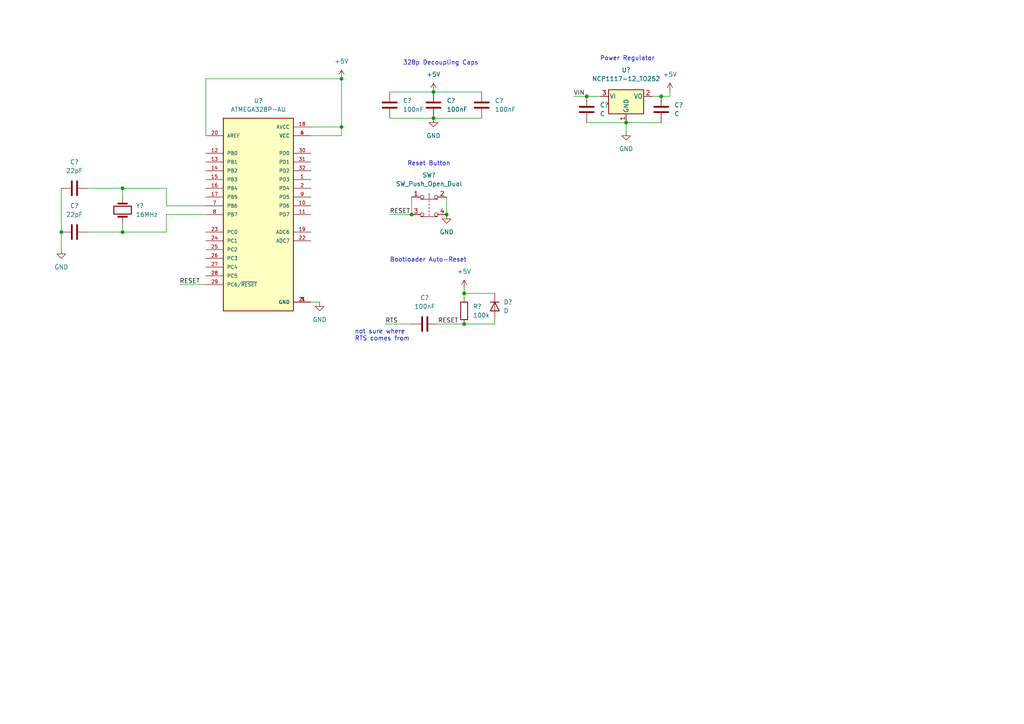
<source format=kicad_sch>
(kicad_sch (version 20211123) (generator eeschema)
  (paper "A4")
  (title_block (title "Arduino Badge") (date "2022-07-24") (rev "v01") (company "Sigpwny"))
  (lib_symbols
    (symbol "ATMEGA328P-AU:ATMEGA328P-AU" (pin_names (offset 1.016))
      (property "Reference" "U" (at -10.1854 29.2608 0))
      (property "Value" "ATMEGA328P-AU" (at -10.16 -31.7754 0))
      (symbol "ATMEGA328P-AU_0_0"
        (rectangle (start -10.16 -27.94) (end 10.16 27.94) (stroke (width 0.254)) (fill (type background)))
        (pin bidirectional line (at 15.24 10.16 180) (length 5.08) (name "PD3") (number "1"))
        (pin bidirectional line (at 15.24 2.54 180) (length 5.08) (name "PD6") (number "10"))
        (pin bidirectional line (at 15.24 0 180) (length 5.08) (name "PD7") (number "11"))
        (pin bidirectional line (at -15.24 17.78 0) (length 5.08) (name "PB0") (number "12"))
        (pin bidirectional line (at -15.24 15.24 0) (length 5.08) (name "PB1") (number "13"))
        (pin bidirectional line (at -15.24 12.7 0) (length 5.08) (name "PB2") (number "14"))
        (pin bidirectional line (at -15.24 10.16 0) (length 5.08) (name "PB3") (number "15"))
        (pin bidirectional line (at -15.24 7.62 0) (length 5.08) (name "PB4") (number "16"))
        (pin bidirectional line (at -15.24 5.08 0) (length 5.08) (name "PB5") (number "17"))
        (pin power_in line (at 15.24 25.4 180) (length 5.08) (name "AVCC") (number "18"))
        (pin bidirectional line (at 15.24 -5.08 180) (length 5.08) (name "ADC6") (number "19"))
        (pin bidirectional line (at 15.24 7.62 180) (length 5.08) (name "PD4") (number "2"))
        (pin input line (at -15.24 22.86 0) (length 5.08) (name "AREF") (number "20"))
        (pin power_in line (at 15.24 -25.4 180) (length 5.08) (name "GND") (number "21"))
        (pin bidirectional line (at 15.24 -7.62 180) (length 5.08) (name "ADC7") (number "22"))
        (pin bidirectional line (at -15.24 -5.08 0) (length 5.08) (name "PC0") (number "23"))
        (pin bidirectional line (at -15.24 -7.62 0) (length 5.08) (name "PC1") (number "24"))
        (pin bidirectional line (at -15.24 -10.16 0) (length 5.08) (name "PC2") (number "25"))
        (pin bidirectional line (at -15.24 -12.7 0) (length 5.08) (name "PC3") (number "26"))
        (pin bidirectional line (at -15.24 -15.24 0) (length 5.08) (name "PC4") (number "27"))
        (pin bidirectional line (at -15.24 -17.78 0) (length 5.08) (name "PC5") (number "28"))
        (pin bidirectional line (at -15.24 -20.32 0) (length 5.08) (name "PC6/~{RESET}") (number "29"))
        (pin power_in line (at 15.24 -25.4 180) (length 5.08) (name "GND") (number "3"))
        (pin bidirectional line (at 15.24 17.78 180) (length 5.08) (name "PD0") (number "30"))
        (pin bidirectional line (at 15.24 15.24 180) (length 5.08) (name "PD1") (number "31"))
        (pin bidirectional line (at 15.24 12.7 180) (length 5.08) (name "PD2") (number "32"))
        (pin power_in line (at 15.24 22.86 180) (length 5.08) (name "VCC") (number "4"))
        (pin power_in line (at 15.24 -25.4 180) (length 5.08) (name "GND") (number "5"))
        (pin power_in line (at 15.24 22.86 180) (length 5.08) (name "VCC") (number "6"))
        (pin bidirectional line (at -15.24 2.54 0) (length 5.08) (name "PB6") (number "7"))
        (pin bidirectional line (at -15.24 0 0) (length 5.08) (name "PB7") (number "8"))
        (pin bidirectional line (at 15.24 5.08 180) (length 5.08) (name "PD5") (number "9"))
      )
    )
    (symbol "Device:C" (pin_numbers hide) (pin_names (offset 0.254))
      (property "Reference" "C" (at 0.635 2.54 0))
      (property "Value" "C" (at 0.635 -2.54 0))
      (symbol "C_0_1"
        (polyline (pts (xy -2.032 -0.762) (xy 2.032 -0.762)) (stroke (width 0.508)))
        (polyline (pts (xy -2.032 0.762) (xy 2.032 0.762)) (stroke (width 0.508)))
      )
      (symbol "C_1_1"
        (pin passive line (at 0 3.81 270) (length 2.794) (name "~") (number "1"))
        (pin passive line (at 0 -3.81 90) (length 2.794) (name "~") (number "2"))
      )
    )
    (symbol "Device:Crystal" (pin_numbers hide) (pin_names (offset 1.016) hide)
      (property "Reference" "Y" (at 0 3.81 0))
      (property "Value" "Crystal" (at 0 -3.81 0))
      (symbol "Crystal_0_1"
        (rectangle (start -1.143 2.54) (end 1.143 -2.54) (stroke (width 0.3048)))
        (polyline (pts (xy -2.54 0) (xy -1.905 0)))
        (polyline (pts (xy -1.905 -1.27) (xy -1.905 1.27)) (stroke (width 0.508)))
        (polyline (pts (xy 1.905 -1.27) (xy 1.905 1.27)) (stroke (width 0.508)))
        (polyline (pts (xy 2.54 0) (xy 1.905 0)))
      )
      (symbol "Crystal_1_1"
        (pin passive line (at -3.81 0 0) (length 1.27) (name "1") (number "1"))
        (pin passive line (at 3.81 0 180) (length 1.27) (name "2") (number "2"))
      )
    )
    (symbol "Device:D" (pin_numbers hide) (pin_names (offset 1.016) hide)
      (property "Reference" "D" (at 0 2.54 0))
      (property "Value" "D" (at 0 -2.54 0))
      (symbol "D_0_1"
        (polyline (pts (xy -1.27 1.27) (xy -1.27 -1.27)) (stroke (width 0.254)))
        (polyline (pts (xy 1.27 0) (xy -1.27 0)))
        (polyline (pts (xy 1.27 1.27) (xy 1.27 -1.27) (xy -1.27 0) (xy 1.27 1.27)) (stroke (width 0.254)))
      )
      (symbol "D_1_1"
        (pin passive line (at -3.81 0 0) (length 2.54) (name "K") (number "1"))
        (pin passive line (at 3.81 0 180) (length 2.54) (name "A") (number "2"))
      )
    )
    (symbol "Device:R" (pin_numbers hide) (pin_names (offset 0))
      (property "Reference" "R" (at 2.032 0 90))
      (property "Value" "R" (at 0 0 90))
      (symbol "R_0_1"
        (rectangle (start -1.016 -2.54) (end 1.016 2.54) (stroke (width 0.254)))
      )
      (symbol "R_1_1"
        (pin passive line (at 0 3.81 270) (length 1.27) (name "~") (number "1"))
        (pin passive line (at 0 -3.81 90) (length 1.27) (name "~") (number "2"))
      )
    )
    (symbol "Regulator_Linear:NCP1117-12_TO252" (pin_names (offset 0.254))
      (property "Reference" "U" (at -3.81 3.175 0))
      (property "Value" "NCP1117-12_TO252" (at 0 3.175 0))
      (symbol "NCP1117-12_TO252_0_1"
        (rectangle (start -5.08 1.905) (end 5.08 -5.08) (stroke (width 0.254)) (fill (type background)))
      )
      (symbol "NCP1117-12_TO252_1_1"
        (pin power_in line (at 0 -7.62 90) (length 2.54) (name "GND") (number "1"))
        (pin power_out line (at 7.62 0 180) (length 2.54) (name "VO") (number "2"))
        (pin power_in line (at -7.62 0 0) (length 2.54) (name "VI") (number "3"))
      )
    )
    (symbol "Switch:SW_Push_Open_Dual" (pin_names (offset 1.016) hide)
      (property "Reference" "SW" (at 1.27 2.54 0))
      (property "Value" "SW_Push_Open_Dual" (at 0 -6.985 0))
      (symbol "SW_Push_Open_Dual_0_1"
        (circle (center -2.032 -5.08) (radius 0.508))
        (circle (center -2.032 0) (radius 0.508))
        (polyline (pts (xy 0 -4.953) (xy 0 -5.461)))
        (polyline (pts (xy 0 -3.937) (xy 0 -4.445)))
        (polyline (pts (xy 0 -3.429) (xy 0 -2.921)))
        (polyline (pts (xy 0 -2.413) (xy 0 -1.905)))
        (polyline (pts (xy 0 -1.397) (xy 0 -0.889)))
        (polyline (pts (xy 0 -0.635) (xy 0 1.143)))
        (polyline (pts (xy 2.54 -5.715) (xy -2.54 -5.715)))
        (polyline (pts (xy 2.54 -0.635) (xy -2.54 -0.635)))
        (circle (center 2.032 -5.08) (radius 0.508))
        (circle (center 2.032 0) (radius 0.508))
        (pin passive line (at -5.08 0 0) (length 2.54) (name "1") (number "1"))
        (pin passive line (at 5.08 0 180) (length 2.54) (name "2") (number "2"))
        (pin passive line (at -5.08 -5.08 0) (length 2.54) (name "3") (number "3"))
        (pin passive line (at 5.08 -5.08 180) (length 2.54) (name "4") (number "4"))
      )
    )
    (symbol "power:+5V" (power) (pin_names (offset 0))
      (property "Value" "+5V" (at 0 3.556 0))
      (symbol "+5V_0_1"
        (polyline (pts (xy -0.762 1.27) (xy 0 2.54)))
        (polyline (pts (xy 0 0) (xy 0 2.54)))
        (polyline (pts (xy 0 2.54) (xy 0.762 1.27)))
      )
      (symbol "+5V_1_1"
        (pin power_in line (at 0 0 90) (length 0) hide (name "+5V") (number "1"))
      )
    )
    (symbol "power:GND" (power) (pin_names (offset 0))
      (property "Value" "GND" (at 0 -3.81 0))
      (symbol "GND_0_1"
        (polyline (pts (xy 0 0) (xy 0 -1.27) (xy 1.27 -1.27) (xy 0 -2.54) (xy -1.27 -1.27) (xy 0 -1.27)))
      )
      (symbol "GND_1_1"
        (pin power_in line (at 0 0 270) (length 0) hide (name "GND") (number "1"))
      )
    )
  )
  (junction (at 129.54 62.23))
  (junction (at 191.77 27.94))
  (junction (at 125.73 34.29))
  (junction (at 35.56 54.61))
  (junction (at 170.18 27.94))
  (junction (at 125.73 26.67))
  (junction (at 99.06 22.86))
  (junction (at 17.78 67.31))
  (junction (at 134.62 93.98))
  (junction (at 119.38 62.23))
  (junction (at 134.62 85.09))
  (junction (at 35.56 67.31))
  (junction (at 99.06 36.83))
  (junction (at 181.61 35.56))
  (wire (pts (xy 59.69 39.37) (xy 59.69 22.86)))
  (wire (pts (xy 129.54 57.15) (xy 129.54 62.23)))
  (wire (pts (xy 35.56 54.61) (xy 25.4 54.61)))
  (wire (pts (xy 166.37 27.94) (xy 170.18 27.94)))
  (wire (pts (xy 59.69 59.69) (xy 48.26 59.69)))
  (wire (pts (xy 134.62 85.09) (xy 134.62 86.36)))
  (wire (pts (xy 189.23 27.94) (xy 191.77 27.94)))
  (wire (pts (xy 113.03 34.29) (xy 125.73 34.29)))
  (wire (pts (xy 170.18 27.94) (xy 173.99 27.94)))
  (wire (pts (xy 191.77 27.94) (xy 194.31 27.94)))
  (wire (pts (xy 134.62 83.82) (xy 134.62 85.09)))
  (wire (pts (xy 119.38 57.15) (xy 119.38 62.23)))
  (wire (pts (xy 181.61 35.56) (xy 181.61 38.1)))
  (wire (pts (xy 59.69 62.23) (xy 48.26 62.23)))
  (wire (pts (xy 90.17 36.83) (xy 99.06 36.83)))
  (wire (pts (xy 181.61 35.56) (xy 191.77 35.56)))
  (wire (pts (xy 125.73 26.67) (xy 139.7 26.67)))
  (wire (pts (xy 113.03 26.67) (xy 125.73 26.67)))
  (wire (pts (xy 134.62 85.09) (xy 143.51 85.09)))
  (wire (pts (xy 35.56 54.61) (xy 35.56 57.15)))
  (wire (pts (xy 17.78 67.31) (xy 17.78 72.39)))
  (wire (pts (xy 90.17 39.37) (xy 99.06 39.37)))
  (wire (pts (xy 52.07 82.55) (xy 59.69 82.55)))
  (wire (pts (xy 99.06 39.37) (xy 99.06 36.83)))
  (wire (pts (xy 48.26 54.61) (xy 35.56 54.61)))
  (wire (pts (xy 17.78 54.61) (xy 17.78 67.31)))
  (wire (pts (xy 111.76 93.98) (xy 119.38 93.98)))
  (wire (pts (xy 99.06 36.83) (xy 99.06 22.86)))
  (wire (pts (xy 35.56 67.31) (xy 48.26 67.31)))
  (wire (pts (xy 127 93.98) (xy 134.62 93.98)))
  (wire (pts (xy 35.56 64.77) (xy 35.56 67.31)))
  (wire (pts (xy 59.69 22.86) (xy 99.06 22.86)))
  (wire (pts (xy 170.18 35.56) (xy 181.61 35.56)))
  (wire (pts (xy 48.26 62.23) (xy 48.26 67.31)))
  (wire (pts (xy 143.51 92.71) (xy 143.51 93.98)))
  (wire (pts (xy 90.17 87.63) (xy 92.71 87.63)))
  (wire (pts (xy 25.4 67.31) (xy 35.56 67.31)))
  (wire (pts (xy 48.26 59.69) (xy 48.26 54.61)))
  (wire (pts (xy 134.62 93.98) (xy 143.51 93.98)))
  (wire (pts (xy 125.73 34.29) (xy 139.7 34.29)))
  (wire (pts (xy 194.31 27.94) (xy 194.31 26.67)))
  (wire (pts (xy 113.03 62.23) (xy 119.38 62.23)))
  (text "not sure where\nRTS comes from" (at 102.87 99.06 0) (effects (font (size 1.27 1.27)) (justify left bottom)))
  (text "Power Regulator" (at 173.99 17.78 0) (effects (font (size 1.27 1.27)) (justify left bottom)))
  (text "Reset Button" (at 118.11 48.26 0) (effects (font (size 1.27 1.27)) (justify left bottom)))
  (text "Bootloader Auto-Reset" (at 113.03 76.2 0) (effects (font (size 1.27 1.27)) (justify left bottom)))
  (text "328p Decoupling Caps" (at 116.84 19.05 0) (effects (font (size 1.27 1.27)) (justify left bottom)))
  (label "RTS" (at 111.76 93.98 0))
  (label "RESET" (at 113.03 62.23 0))
  (label "VIN" (at 166.37 27.94 0))
  (label "RESET" (at 127 93.98 0))
  (label "RESET" (at 52.07 82.55 0))
  (symbol (lib_id "power:GND") (at 129.54 62.23 0) (unit 1)
    (property "Reference" "#PWR?" (effects hide))
    (property "Value" "GND" (at 129.54 67.31 0))
  )
  (symbol (lib_id "Switch:SW_Push_Open_Dual") (at 124.46 57.15 0) (unit 1)
    (property "Reference" "SW?" (at 124.46 50.8 0))
    (property "Value" "SW_Push_Open_Dual" (at 124.46 53.34 0))
  )
  (symbol (lib_id "Device:C") (at 139.7 30.48 0) (unit 1)
    (property "Reference" "C?" (at 143.51 29.2099 0) (effects (justify left)))
    (property "Value" "100nF" (at 143.51 31.7499 0) (effects (justify left)))
  )
  (symbol (lib_id "Regulator_Linear:NCP1117-12_TO252") (at 181.61 27.94 0) (unit 1)
    (property "Reference" "U?" (at 181.61 20.32 0))
    (property "Value" "NCP1117-12_TO252" (at 181.61 22.86 0))
    (property "Footprint" "Package_TO_SOT_SMD:TO-252-2" (effects hide))
    (property "Datasheet" "http://www.onsemi.com/pub_link/Collateral/NCP1117-D.PDF" (effects hide))
  )
  (symbol (lib_id "Device:C") (at 21.59 54.61 90) (unit 1)
    (property "Reference" "C?" (at 21.59 46.99 90))
    (property "Value" "22pF" (at 21.59 49.53 90))
  )
  (symbol (lib_id "Device:C") (at 21.59 67.31 90) (unit 1)
    (property "Reference" "C?" (at 21.59 59.69 90))
    (property "Value" "22pF" (at 21.59 62.23 90))
  )
  (symbol (lib_id "power:GND") (at 125.73 34.29 0) (unit 1)
    (property "Reference" "#PWR?" (effects hide))
    (property "Value" "GND" (at 125.73 39.37 0))
  )
  (symbol (lib_id "Device:C") (at 170.18 31.75 0) (unit 1)
    (property "Reference" "C?" (at 173.99 30.4799 0) (effects (justify left)))
    (property "Value" "C" (at 173.99 33.0199 0) (effects (justify left)))
  )
  (symbol (lib_id "Device:C") (at 191.77 31.75 0) (unit 1)
    (property "Reference" "C?" (at 195.58 30.4799 0) (effects (justify left)))
    (property "Value" "C" (at 195.58 33.0199 0) (effects (justify left)))
  )
  (symbol (lib_id "power:+5V") (at 194.31 26.67 0) (unit 1)
    (property "Reference" "#PWR?" (effects hide))
    (property "Value" "+5V" (at 194.31 21.59 0))
  )
  (symbol (lib_id "power:+5V") (at 134.62 83.82 0) (unit 1)
    (property "Reference" "#PWR?" (effects hide))
    (property "Value" "+5V" (at 134.62 78.74 0))
  )
  (symbol (lib_id "power:GND") (at 181.61 38.1 0) (unit 1)
    (property "Reference" "#PWR?" (effects hide))
    (property "Value" "GND" (at 181.61 43.18 0))
  )
  (symbol (lib_id "Device:C") (at 123.19 93.98 90) (unit 1)
    (property "Reference" "C?" (at 123.19 86.36 90))
    (property "Value" "100nF" (at 123.19 88.9 90))
  )
  (symbol (lib_id "Device:C") (at 125.73 30.48 0) (unit 1)
    (property "Reference" "C?" (at 129.54 29.2099 0) (effects (justify left)))
    (property "Value" "100nF" (at 129.54 31.7499 0) (effects (justify left)))
  )
  (symbol (lib_id "Device:D") (at 143.51 88.9 270) (unit 1)
    (property "Reference" "D?" (at 146.05 87.6299 90) (effects (justify left)))
    (property "Value" "D" (at 146.05 90.1699 90) (effects (justify left)))
  )
  (symbol (lib_id "power:+5V") (at 99.06 22.86 0) (unit 1)
    (property "Reference" "#PWR?" (effects hide))
    (property "Value" "+5V" (at 99.06 17.78 0))
  )
  (symbol (lib_id "ATMEGA328P-AU:ATMEGA328P-AU") (at 74.93 62.23 0) (unit 1)
    (property "Reference" "U?" (at 74.93 29.21 0))
    (property "Value" "ATMEGA328P-AU" (at 74.93 31.75 0))
    (property "Footprint" "QFP80P900X900X120-32N" (effects hide))
    (property "MANUFACTURER" "Atmel" (effects hide))
  )
  (symbol (lib_id "Device:Crystal") (at 35.56 60.96 270) (unit 1)
    (property "Reference" "Y?" (at 39.37 59.6899 90) (effects (justify left)))
    (property "Value" "16MHz" (at 39.37 62.2299 90) (effects (justify left)))
  )
  (symbol (lib_id "Device:R") (at 134.62 90.17 0) (unit 1)
    (property "Reference" "R?" (at 137.16 88.8999 0) (effects (justify left)))
    (property "Value" "100k" (at 137.16 91.4399 0) (effects (justify left)))
  )
  (symbol (lib_id "power:GND") (at 17.78 72.39 0) (unit 1)
    (property "Reference" "#PWR?" (effects hide))
    (property "Value" "GND" (at 17.78 77.47 0))
  )
  (symbol (lib_id "power:GND") (at 92.71 87.63 0) (unit 1)
    (property "Reference" "#PWR?" (effects hide))
    (property "Value" "GND" (at 92.71 92.71 0))
  )
  (symbol (lib_id "Device:C") (at 113.03 30.48 0) (unit 1)
    (property "Reference" "C?" (at 116.84 29.2099 0) (effects (justify left)))
    (property "Value" "100nF" (at 116.84 31.7499 0) (effects (justify left)))
  )
  (symbol (lib_id "power:+5V") (at 125.73 26.67 0) (unit 1)
    (property "Reference" "#PWR?" (effects hide))
    (property "Value" "+5V" (at 125.73 21.59 0))
  )
)
</source>
